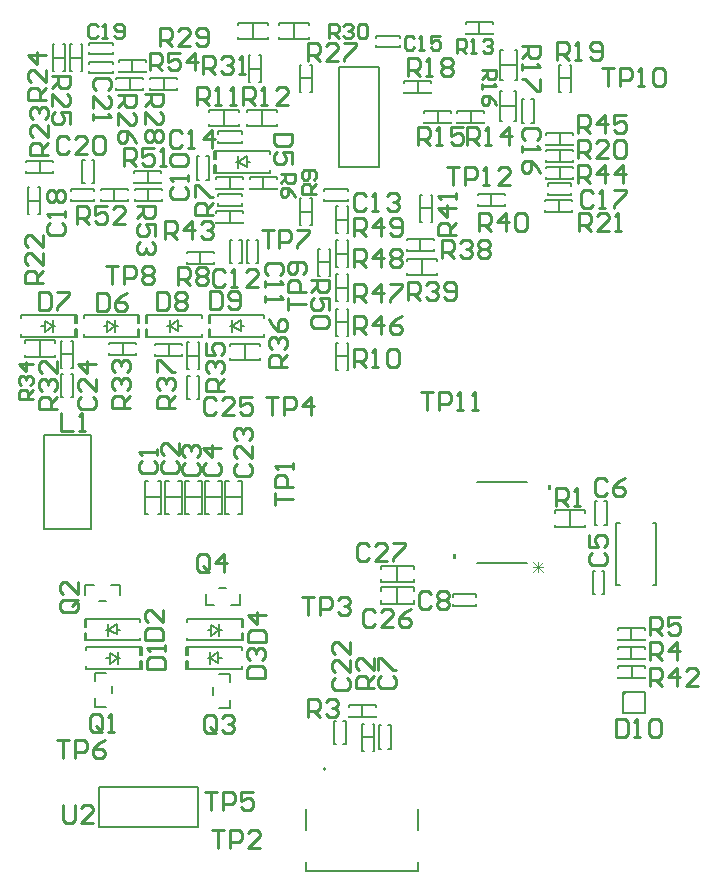
<source format=gto>
G04*
G04 #@! TF.GenerationSoftware,Altium Limited,Altium Designer,21.8.1 (53)*
G04*
G04 Layer_Color=65535*
%FSAX44Y44*%
%MOMM*%
G71*
G04*
G04 #@! TF.SameCoordinates,32BA2F72-2B31-4227-8ABE-CAB74C13F427*
G04*
G04*
G04 #@! TF.FilePolarity,Positive*
G04*
G01*
G75*
%ADD10C,0.2000*%
%ADD11C,0.1500*%
%ADD12C,0.1524*%
%ADD13C,0.2540*%
%ADD14C,0.0762*%
G36*
X00381940Y00263845D02*
X00379400D01*
Y00267655D01*
X00381940D01*
Y00263845D01*
D02*
G37*
G36*
X00460060Y00322345D02*
X00462600D01*
Y00326155D01*
X00460060D01*
Y00322345D01*
D02*
G37*
D10*
X00272000Y00086000D02*
G03*
X00272000Y00086000I-00001000J00000000D01*
G01*
X00350350Y-00000000D02*
Y00007500D01*
X00255650Y-00000000D02*
X00350350D01*
X00255650D02*
Y00007500D01*
X00350350Y00034500D02*
Y00052500D01*
X00255650Y00034500D02*
Y00052500D01*
X00524019Y00149018D02*
Y00151000D01*
X00526000D01*
X00524000Y00149000D02*
X00526000Y00151000D01*
X00524000Y00150982D02*
X00524019Y00151000D01*
X00542000Y00133000D02*
Y00151000D01*
X00524000Y00133000D02*
X00542000D01*
X00524000D02*
Y00149000D01*
X00526000Y00151000D02*
X00542000D01*
X00549000Y00294500D02*
X00552000D01*
X00549000Y00241500D02*
X00552000D01*
X00518000Y00294500D02*
X00521000D01*
X00518000Y00241500D02*
X00521000D01*
X00552000D02*
Y00294500D01*
X00518000Y00241500D02*
Y00294500D01*
X00198000Y00595000D02*
Y00605000D01*
Y00600000D02*
X00205000Y00596000D01*
X00198000Y00600000D02*
X00205000Y00605000D01*
Y00596000D02*
Y00605000D01*
X00196000Y00600000D02*
X00198000D01*
X00205000D02*
X00208000D01*
X00283000Y00680100D02*
X00317000D01*
X00283000Y00596100D02*
X00317000D01*
X00283000D02*
Y00680100D01*
X00317000Y00596100D02*
Y00680100D01*
X00199500Y00225000D02*
Y00234000D01*
X00192250Y00225000D02*
X00199500D01*
X00170500D02*
Y00234000D01*
Y00225000D02*
X00177750D01*
X00182000Y00239000D02*
X00188000D01*
X00182000Y00166500D02*
X00191000D01*
Y00159250D02*
Y00166500D01*
X00182000Y00137500D02*
X00191000D01*
Y00144750D01*
X00177000Y00149000D02*
Y00155000D01*
X00068500Y00233000D02*
Y00242000D01*
X00075750D01*
X00097500Y00233000D02*
Y00242000D01*
X00090250D02*
X00097500D01*
X00080000Y00228000D02*
X00086000D01*
X00077000Y00138500D02*
X00086000D01*
X00077000D02*
Y00145750D01*
Y00167500D02*
X00086000D01*
X00077000Y00160250D02*
Y00167500D01*
X00091000Y00150000D02*
Y00156000D01*
X00033500Y00289000D02*
X00073500D01*
X00033500D02*
Y00369000D01*
X00073500D01*
Y00329000D02*
Y00369000D01*
Y00289000D02*
Y00329000D01*
X00193000Y00456000D02*
Y00466000D01*
Y00461000D02*
X00200000Y00457000D01*
X00193000Y00461000D02*
X00200000Y00466000D01*
Y00457000D02*
Y00466000D01*
X00191000Y00461000D02*
X00193000D01*
X00200000D02*
X00203000D01*
X00140000Y00456000D02*
Y00466000D01*
Y00461000D02*
X00147000Y00457000D01*
X00140000Y00461000D02*
X00147000Y00466000D01*
Y00457000D02*
Y00466000D01*
X00138000Y00461000D02*
X00140000D01*
X00147000D02*
X00150000D01*
X00041000Y00456000D02*
Y00466000D01*
X00034000Y00465000D02*
X00041000Y00461000D01*
X00034000Y00456000D02*
X00041000Y00461000D01*
X00034000Y00456000D02*
Y00465000D01*
X00041000Y00461000D02*
X00043000D01*
X00031000D02*
X00034000D01*
X00094000Y00456000D02*
Y00466000D01*
X00087000Y00465000D02*
X00094000Y00461000D01*
X00087000Y00456000D02*
X00094000Y00461000D01*
X00087000Y00456000D02*
Y00465000D01*
X00094000Y00461000D02*
X00096000D01*
X00084000D02*
X00087000D01*
X00182000Y00199000D02*
Y00209000D01*
X00175000Y00208000D02*
X00182000Y00204000D01*
X00175000Y00199000D02*
X00182000Y00204000D01*
X00175000Y00199000D02*
Y00208000D01*
X00182000Y00204000D02*
X00184000D01*
X00172000D02*
X00175000D01*
X00174000Y00175000D02*
Y00185000D01*
Y00180000D02*
X00181000Y00176000D01*
X00174000Y00180000D02*
X00181000Y00185000D01*
Y00176000D02*
Y00185000D01*
X00172000Y00180000D02*
X00174000D01*
X00181000D02*
X00184000D01*
X00088000Y00199000D02*
Y00209000D01*
Y00204000D02*
X00095000Y00200000D01*
X00088000Y00204000D02*
X00095000Y00209000D01*
Y00200000D02*
Y00209000D01*
X00086000Y00204000D02*
X00088000D01*
X00095000D02*
X00098000D01*
X00096000Y00175000D02*
Y00185000D01*
X00089000Y00184000D02*
X00096000Y00180000D01*
X00089000Y00175000D02*
X00096000Y00180000D01*
X00089000Y00175000D02*
Y00184000D01*
X00096000Y00180000D02*
X00098000D01*
X00086000D02*
X00089000D01*
X00164100Y00037000D02*
Y00071000D01*
X00080100Y00037000D02*
Y00071000D01*
X00164100D01*
X00080100Y00037000D02*
X00164100D01*
D11*
X00206920Y00679000D02*
X00217080D01*
X00215810Y00690430D02*
X00217080D01*
Y00667570D02*
Y00690430D01*
X00215810Y00667570D02*
X00217080D01*
X00206920D02*
X00208190D01*
X00206920D02*
Y00690430D01*
X00208190D01*
X00531000Y00162920D02*
Y00173080D01*
X00519570Y00171810D02*
Y00173080D01*
X00542430D01*
Y00171810D02*
Y00173080D01*
Y00162920D02*
Y00164190D01*
X00519570Y00162920D02*
X00542430D01*
X00519570D02*
Y00164190D01*
X00530750Y00194920D02*
Y00205080D01*
X00542180Y00194920D02*
Y00196190D01*
X00519320Y00194920D02*
X00542180D01*
X00519320D02*
Y00196190D01*
Y00203810D02*
Y00205080D01*
X00542180D01*
Y00203810D02*
Y00205080D01*
X00530750Y00178920D02*
Y00189080D01*
X00542180Y00178920D02*
Y00180190D01*
X00519320Y00178920D02*
X00542180D01*
X00519320D02*
Y00180190D01*
Y00187810D02*
Y00189080D01*
X00542180D01*
Y00187810D02*
Y00189080D01*
X00303000Y00129920D02*
Y00140080D01*
X00291570Y00138810D02*
Y00140080D01*
X00314430D01*
Y00138810D02*
Y00140080D01*
Y00129920D02*
Y00131190D01*
X00291570Y00129920D02*
X00314430D01*
X00291570D02*
Y00131190D01*
X00302920Y00113000D02*
X00313080D01*
X00302920Y00101570D02*
X00304190D01*
X00302920D02*
Y00124430D01*
X00304190D01*
X00311810D02*
X00313080D01*
Y00101570D02*
Y00124430D01*
X00311810Y00101570D02*
X00313080D01*
X00479000Y00291000D02*
Y00305000D01*
X00491700Y00291000D02*
Y00292920D01*
X00466300Y00291000D02*
X00491700D01*
X00466300D02*
Y00292920D01*
Y00303080D02*
Y00305000D01*
X00491700D01*
Y00303080D02*
Y00305000D01*
X00318750Y00244000D02*
Y00247000D01*
Y00244000D02*
X00346750D01*
Y00247000D01*
Y00255000D02*
Y00258000D01*
X00318750D02*
X00346750D01*
X00318750Y00255000D02*
Y00258000D01*
X00332750Y00244000D02*
Y00258000D01*
X00346750Y00237000D02*
Y00240000D01*
X00318750D02*
X00346750D01*
X00318750Y00237000D02*
Y00240000D01*
Y00226000D02*
Y00229000D01*
Y00226000D02*
X00346750D01*
Y00229000D01*
X00332750Y00226000D02*
Y00240000D01*
X00279000Y00107000D02*
X00281000D01*
X00279000D02*
Y00127000D01*
X00281000D01*
X00287000D02*
X00289000D01*
Y00107000D02*
Y00127000D01*
X00287000Y00107000D02*
X00289000D01*
X00379600Y00232000D02*
Y00234000D01*
X00399600D01*
Y00232000D02*
Y00234000D01*
Y00224000D02*
Y00226000D01*
X00379600Y00224000D02*
X00399600D01*
X00379600D02*
Y00226000D01*
X00317000Y00103000D02*
X00319000D01*
X00317000D02*
Y00123000D01*
X00319000D01*
X00325000D02*
X00327000D01*
Y00103000D02*
Y00123000D01*
X00325000Y00103000D02*
X00327000D01*
X00508000Y00292600D02*
X00510000D01*
Y00312600D01*
X00508000D02*
X00510000D01*
X00500000D02*
X00502000D01*
X00500000Y00292600D02*
Y00312600D01*
Y00292600D02*
X00502000D01*
X00498000Y00254000D02*
X00500000D01*
X00498000Y00234000D02*
Y00254000D01*
Y00234000D02*
X00500000D01*
X00506000D02*
X00508000D01*
Y00254000D01*
X00506000D02*
X00508000D01*
X00360810Y00549320D02*
X00362080D01*
Y00572180D01*
X00360810D02*
X00362080D01*
X00351920D02*
X00353190D01*
X00351920Y00549320D02*
Y00572180D01*
Y00549320D02*
X00353190D01*
X00351920Y00560750D02*
X00362080D01*
X00096820Y00675920D02*
Y00677190D01*
Y00675920D02*
X00119680D01*
Y00677190D01*
Y00684810D02*
Y00686080D01*
X00096820D02*
X00119680D01*
X00096820Y00684810D02*
Y00686080D01*
X00108250Y00675920D02*
Y00686080D01*
X00110570Y00566920D02*
Y00568190D01*
Y00566920D02*
X00133430D01*
Y00568190D01*
Y00575810D02*
Y00577080D01*
X00110570D02*
X00133430D01*
X00110570Y00575810D02*
Y00577080D01*
X00122000Y00566920D02*
Y00577080D01*
X00081570Y00566920D02*
Y00568190D01*
Y00566920D02*
X00104430D01*
Y00568190D01*
Y00575810D02*
Y00577080D01*
X00081570D02*
X00104430D01*
X00081570Y00575810D02*
Y00577080D01*
X00093000Y00566920D02*
Y00577080D01*
X00109820Y00581920D02*
Y00583190D01*
Y00581920D02*
X00132680D01*
Y00583190D01*
Y00590810D02*
Y00592080D01*
X00109820D02*
X00132680D01*
X00109820Y00590810D02*
Y00592080D01*
X00121250Y00581920D02*
Y00592080D01*
X00274810Y00503570D02*
X00276080D01*
Y00526430D01*
X00274810D02*
X00276080D01*
X00265920D02*
X00267190D01*
X00265920Y00503570D02*
Y00526430D01*
Y00503570D02*
X00267190D01*
X00265920Y00515000D02*
X00276080D01*
X00289810Y00539570D02*
X00291080D01*
Y00562430D01*
X00289810D02*
X00291080D01*
X00280920D02*
X00282190D01*
X00280920Y00539570D02*
Y00562430D01*
Y00539570D02*
X00282190D01*
X00280920Y00551000D02*
X00291080D01*
X00289810Y00510820D02*
X00291080D01*
Y00533680D01*
X00289810D02*
X00291080D01*
X00280920D02*
X00282190D01*
X00280920Y00510820D02*
Y00533680D01*
Y00510820D02*
X00282190D01*
X00280920Y00522250D02*
X00291080D01*
X00289810Y00481820D02*
X00291080D01*
Y00504680D01*
X00289810D02*
X00291080D01*
X00280920D02*
X00282190D01*
X00280920Y00481820D02*
Y00504680D01*
Y00481820D02*
X00282190D01*
X00280920Y00493250D02*
X00291080D01*
X00289810Y00452820D02*
X00291080D01*
Y00475680D01*
X00289810D02*
X00291080D01*
X00280920D02*
X00282190D01*
X00280920Y00452820D02*
Y00475680D01*
Y00452820D02*
X00282190D01*
X00280920Y00464250D02*
X00291080D01*
X00458570Y00613920D02*
Y00615190D01*
Y00613920D02*
X00481430D01*
Y00615190D01*
Y00622810D02*
Y00624080D01*
X00458570D02*
X00481430D01*
X00458570Y00622810D02*
Y00624080D01*
X00470000Y00613920D02*
Y00624080D01*
X00458570Y00585920D02*
Y00587190D01*
Y00585920D02*
X00481430D01*
Y00587190D01*
Y00594810D02*
Y00596080D01*
X00458570D02*
X00481430D01*
X00458570Y00594810D02*
Y00596080D01*
X00470000Y00585920D02*
Y00596080D01*
X00179570Y00547920D02*
Y00549190D01*
Y00547920D02*
X00202430D01*
Y00549190D01*
Y00556810D02*
Y00558080D01*
X00179570D02*
X00202430D01*
X00179570Y00556810D02*
Y00558080D01*
X00191000Y00547920D02*
Y00558080D01*
X00423430Y00571810D02*
Y00573080D01*
X00400570D02*
X00423430D01*
X00400570Y00571810D02*
Y00573080D01*
Y00562920D02*
Y00564190D01*
Y00562920D02*
X00423430D01*
Y00564190D01*
X00412000Y00562920D02*
Y00573080D01*
X00353500Y00504000D02*
Y00518000D01*
X00340800Y00516080D02*
Y00518000D01*
X00366200D01*
Y00516080D02*
Y00518000D01*
Y00504000D02*
Y00505920D01*
X00340800Y00504000D02*
X00366200D01*
X00340800D02*
Y00505920D01*
X00363680Y00533810D02*
Y00535080D01*
X00340820D02*
X00363680D01*
X00340820Y00533810D02*
Y00535080D01*
Y00524920D02*
Y00526190D01*
Y00524920D02*
X00363680D01*
Y00526190D01*
X00352250Y00524920D02*
Y00535080D01*
X00245000Y00704000D02*
Y00718000D01*
X00232300Y00716080D02*
Y00718000D01*
X00257700D01*
Y00716080D02*
Y00718000D01*
Y00704000D02*
Y00705920D01*
X00232300Y00704000D02*
X00257700D01*
X00232300D02*
Y00705920D01*
X00210500Y00704000D02*
Y00718000D01*
X00223200Y00704000D02*
Y00705920D01*
X00197800Y00704000D02*
X00223200D01*
X00197800D02*
Y00705920D01*
Y00716080D02*
Y00718000D01*
X00223200D01*
Y00716080D02*
Y00718000D01*
X00123570Y00660920D02*
Y00662190D01*
Y00660920D02*
X00146430D01*
Y00662190D01*
Y00669810D02*
Y00671080D01*
X00123570D02*
X00146430D01*
X00123570Y00669810D02*
Y00671080D01*
X00135000Y00660920D02*
Y00671080D01*
X00258810Y00659570D02*
X00260080D01*
Y00682430D01*
X00258810D02*
X00260080D01*
X00249920D02*
X00251190D01*
X00249920Y00659570D02*
Y00682430D01*
Y00659570D02*
X00251190D01*
X00249920Y00671000D02*
X00260080D01*
X00094570Y00660920D02*
Y00662190D01*
Y00660920D02*
X00117430D01*
Y00662190D01*
Y00669810D02*
Y00671080D01*
X00094570D02*
X00117430D01*
X00094570Y00669810D02*
Y00671080D01*
X00106000Y00660920D02*
Y00671080D01*
X00064810Y00676570D02*
X00066080D01*
Y00699430D01*
X00064810D02*
X00066080D01*
X00055920D02*
X00057190D01*
X00055920Y00676570D02*
Y00699430D01*
Y00676570D02*
X00057190D01*
X00055920Y00688000D02*
X00066080D01*
X00049810Y00676570D02*
X00051080D01*
Y00699430D01*
X00049810D02*
X00051080D01*
X00040920D02*
X00042190D01*
X00040920Y00676570D02*
Y00699430D01*
Y00676570D02*
X00042190D01*
X00040920Y00688000D02*
X00051080D01*
X00018570Y00590920D02*
Y00592190D01*
Y00590920D02*
X00041430D01*
Y00592190D01*
Y00599810D02*
Y00601080D01*
X00018570D02*
X00041430D01*
X00018570Y00599810D02*
Y00601080D01*
X00030000Y00590920D02*
Y00601080D01*
X00019920Y00578430D02*
X00021190D01*
X00019920Y00555570D02*
Y00578430D01*
Y00555570D02*
X00021190D01*
X00028810D02*
X00030080D01*
Y00578430D01*
X00028810D02*
X00030080D01*
X00019920Y00567000D02*
X00030080D01*
X00480680Y00566810D02*
Y00568080D01*
X00457820D02*
X00480680D01*
X00457820Y00566810D02*
Y00568080D01*
Y00557920D02*
Y00559190D01*
Y00557920D02*
X00480680D01*
Y00559190D01*
X00469250Y00557920D02*
Y00568080D01*
X00458570Y00599920D02*
Y00601190D01*
Y00599920D02*
X00481430D01*
Y00601190D01*
Y00608810D02*
Y00610080D01*
X00458570D02*
X00481430D01*
X00458570Y00608810D02*
Y00610080D01*
X00470000Y00599920D02*
Y00610080D01*
X00469920Y00682430D02*
X00471190D01*
X00469920Y00659570D02*
Y00682430D01*
Y00659570D02*
X00471190D01*
X00478810D02*
X00480080D01*
Y00682430D01*
X00478810D02*
X00480080D01*
X00469920Y00671000D02*
X00480080D01*
X00361430Y00666810D02*
Y00668080D01*
X00338570D02*
X00361430D01*
X00338570Y00666810D02*
Y00668080D01*
Y00657920D02*
Y00659190D01*
Y00657920D02*
X00361430D01*
Y00659190D01*
X00350000Y00657920D02*
Y00668080D01*
X00420000Y00682000D02*
X00434000D01*
X00432080Y00694700D02*
X00434000D01*
Y00669300D02*
Y00694700D01*
X00432080Y00669300D02*
X00434000D01*
X00420000D02*
X00421920D01*
X00420000D02*
Y00694700D01*
X00421920D01*
X00419500Y00647500D02*
X00433500D01*
X00431580Y00660200D02*
X00433500D01*
Y00634800D02*
Y00660200D01*
X00431580Y00634800D02*
X00433500D01*
X00419500D02*
X00421420D01*
X00419500D02*
Y00660200D01*
X00421420D01*
X00378430Y00641810D02*
Y00643080D01*
X00355570D02*
X00378430D01*
X00355570Y00641810D02*
Y00643080D01*
Y00632920D02*
Y00634190D01*
Y00632920D02*
X00378430D01*
Y00634190D01*
X00367000Y00632920D02*
Y00643080D01*
X00406180Y00641810D02*
Y00643080D01*
X00383320D02*
X00406180D01*
X00383320Y00641810D02*
Y00643080D01*
Y00632920D02*
Y00634190D01*
Y00632920D02*
X00406180D01*
Y00634190D01*
X00394750Y00632920D02*
Y00643080D01*
X00413430Y00716810D02*
Y00718080D01*
X00390570D02*
X00413430D01*
X00390570Y00716810D02*
Y00718080D01*
Y00707920D02*
Y00709190D01*
Y00707920D02*
X00413430D01*
Y00709190D01*
X00402000Y00707920D02*
Y00718080D01*
X00218000Y00630000D02*
Y00644000D01*
X00205300Y00642080D02*
Y00644000D01*
X00230700D01*
Y00642080D02*
Y00644000D01*
Y00630000D02*
Y00631920D01*
X00205300Y00630000D02*
X00230700D01*
X00205300D02*
Y00631920D01*
X00186000Y00630000D02*
Y00644000D01*
X00173300Y00642080D02*
Y00644000D01*
X00198700D01*
Y00642080D02*
Y00644000D01*
Y00630000D02*
Y00631920D01*
X00173300Y00630000D02*
X00198700D01*
X00173300D02*
Y00631920D01*
X00289810Y00423820D02*
X00291080D01*
Y00446680D01*
X00289810D02*
X00291080D01*
X00280920D02*
X00282190D01*
X00280920Y00423820D02*
Y00446680D01*
Y00423820D02*
X00282190D01*
X00280920Y00435250D02*
X00291080D01*
X00258810Y00546570D02*
X00260080D01*
Y00569430D01*
X00258810D02*
X00260080D01*
X00249920D02*
X00251190D01*
X00249920Y00546570D02*
Y00569430D01*
Y00546570D02*
X00251190D01*
X00249920Y00558000D02*
X00260080D01*
X00177430Y00522810D02*
Y00524080D01*
X00154570D02*
X00177430D01*
X00154570Y00522810D02*
Y00524080D01*
Y00513920D02*
Y00515190D01*
Y00513920D02*
X00177430D01*
Y00515190D01*
X00166000Y00513920D02*
Y00524080D01*
X00179570Y00576920D02*
Y00578190D01*
Y00576920D02*
X00202430D01*
Y00578190D01*
Y00585810D02*
Y00587080D01*
X00179570D02*
X00202430D01*
X00179570Y00585810D02*
Y00587080D01*
X00191000Y00576920D02*
Y00587080D01*
X00230680Y00585810D02*
Y00587080D01*
X00207820D02*
X00230680D01*
X00207820Y00585810D02*
Y00587080D01*
Y00576920D02*
Y00578190D01*
Y00576920D02*
X00230680D01*
Y00578190D01*
X00219250Y00576920D02*
Y00587080D01*
X00225000Y00606750D02*
Y00609160D01*
X00179140D02*
X00225000D01*
X00177870D02*
X00179140D01*
X00177870Y00602540D02*
Y00609160D01*
Y00602540D02*
X00179140D01*
Y00609160D01*
Y00590840D02*
Y00597460D01*
X00177870D02*
X00179140D01*
X00177870Y00590840D02*
Y00597460D01*
Y00590840D02*
X00179140D01*
X00225000D01*
Y00593250D01*
X00092000Y00683000D02*
Y00685000D01*
X00072000D02*
X00092000D01*
X00072000Y00683000D02*
Y00685000D01*
Y00675000D02*
Y00677000D01*
Y00675000D02*
X00092000D01*
Y00677000D01*
X00066000Y00602000D02*
X00068000D01*
X00066000Y00582000D02*
Y00602000D01*
Y00582000D02*
X00068000D01*
X00074000D02*
X00076000D01*
Y00602000D01*
X00074000D02*
X00076000D01*
X00072000Y00691000D02*
Y00693000D01*
Y00691000D02*
X00092000D01*
Y00693000D01*
Y00699000D02*
Y00701000D01*
X00072000D02*
X00092000D01*
X00072000Y00699000D02*
Y00701000D01*
X00056000Y00567000D02*
Y00569000D01*
Y00567000D02*
X00076000D01*
Y00569000D01*
Y00575000D02*
Y00577000D01*
X00056000D02*
X00076000D01*
X00056000Y00575000D02*
Y00577000D01*
X00480000Y00580000D02*
Y00582000D01*
X00460000D02*
X00480000D01*
X00460000Y00580000D02*
Y00582000D01*
Y00572000D02*
Y00574000D01*
Y00572000D02*
X00480000D01*
Y00574000D01*
X00438000Y00653000D02*
X00440000D01*
X00438000Y00633000D02*
Y00653000D01*
Y00633000D02*
X00440000D01*
X00446000D02*
X00448000D01*
Y00653000D01*
X00446000D02*
X00448000D01*
X00315000Y00697000D02*
Y00699000D01*
Y00697000D02*
X00335000D01*
Y00699000D01*
Y00705000D02*
Y00707000D01*
X00315000D02*
X00335000D01*
X00315000Y00705000D02*
Y00707000D01*
X00181000Y00616000D02*
Y00618000D01*
Y00616000D02*
X00201000D01*
Y00618000D01*
Y00624000D02*
Y00626000D01*
X00181000D02*
X00201000D01*
X00181000Y00624000D02*
Y00626000D01*
X00271000Y00567000D02*
Y00569000D01*
Y00567000D02*
X00291000D01*
Y00569000D01*
Y00575000D02*
Y00577000D01*
X00271000D02*
X00291000D01*
X00271000Y00575000D02*
Y00577000D01*
X00199000Y00514000D02*
X00201000D01*
Y00534000D01*
X00199000D02*
X00201000D01*
X00191000D02*
X00193000D01*
X00191000Y00514000D02*
Y00534000D01*
Y00514000D02*
X00193000D01*
X00205000Y00534000D02*
X00207000D01*
X00205000Y00514000D02*
Y00534000D01*
Y00514000D02*
X00207000D01*
X00213000D02*
X00215000D01*
Y00534000D01*
X00213000D02*
X00215000D01*
X00163000Y00605000D02*
X00165000D01*
X00163000Y00585000D02*
Y00605000D01*
Y00585000D02*
X00165000D01*
X00171000D02*
X00173000D01*
Y00605000D01*
X00171000D02*
X00173000D01*
X00181000Y00563000D02*
Y00565000D01*
Y00563000D02*
X00201000D01*
Y00565000D01*
Y00571000D02*
Y00573000D01*
X00181000D02*
X00201000D01*
X00181000Y00571000D02*
Y00573000D01*
X00150430Y00444810D02*
Y00446080D01*
X00127570D02*
X00150430D01*
X00127570Y00444810D02*
Y00446080D01*
Y00435920D02*
Y00437190D01*
Y00435920D02*
X00150430D01*
Y00437190D01*
X00139000Y00435920D02*
Y00446080D01*
X00204000Y00432000D02*
Y00446000D01*
X00216700Y00432000D02*
Y00433920D01*
X00191300Y00432000D02*
X00216700D01*
X00191300D02*
Y00433920D01*
Y00444080D02*
Y00446000D01*
X00216700D01*
Y00444080D02*
Y00446000D01*
X00163810Y00424570D02*
X00165080D01*
Y00447430D01*
X00163810D02*
X00165080D01*
X00154920D02*
X00156190D01*
X00154920Y00424570D02*
Y00447430D01*
Y00424570D02*
X00156190D01*
X00154920Y00436000D02*
X00165080D01*
X00030500Y00435000D02*
Y00449000D01*
X00017800Y00447080D02*
Y00449000D01*
X00043200D01*
Y00447080D02*
Y00449000D01*
Y00435000D02*
Y00436920D01*
X00017800Y00435000D02*
X00043200D01*
X00017800D02*
Y00436920D01*
X00111430Y00445810D02*
Y00447080D01*
X00088570D02*
X00111430D01*
X00088570Y00445810D02*
Y00447080D01*
Y00436920D02*
Y00438190D01*
Y00436920D02*
X00111430D01*
Y00438190D01*
X00100000Y00436920D02*
Y00447080D01*
X00047920Y00448430D02*
X00049190D01*
X00047920Y00425570D02*
Y00448430D01*
Y00425570D02*
X00049190D01*
X00056810D02*
X00058080D01*
Y00448430D01*
X00056810D02*
X00058080D01*
X00047920Y00437000D02*
X00058080D01*
X00220000Y00467750D02*
Y00470160D01*
X00174140D02*
X00220000D01*
X00172870D02*
X00174140D01*
X00172870Y00463540D02*
Y00470160D01*
Y00463540D02*
X00174140D01*
Y00470160D01*
Y00451840D02*
Y00458460D01*
X00172870D02*
X00174140D01*
X00172870Y00451840D02*
Y00458460D01*
Y00451840D02*
X00174140D01*
X00220000D01*
Y00454250D01*
X00167000Y00467750D02*
Y00470160D01*
X00121140D02*
X00167000D01*
X00119870D02*
X00121140D01*
X00119870Y00463540D02*
Y00470160D01*
Y00463540D02*
X00121140D01*
Y00470160D01*
Y00451840D02*
Y00458460D01*
X00119870D02*
X00121140D01*
X00119870Y00451840D02*
Y00458460D01*
Y00451840D02*
X00121140D01*
X00167000D01*
Y00454250D01*
X00014000Y00451840D02*
Y00454250D01*
Y00451840D02*
X00059860D01*
X00061130D01*
Y00458460D01*
X00059860D02*
X00061130D01*
X00059860Y00451840D02*
Y00458460D01*
Y00463540D02*
Y00470160D01*
Y00463540D02*
X00061130D01*
Y00470160D01*
X00059860D02*
X00061130D01*
X00014000D02*
X00059860D01*
X00014000Y00467750D02*
Y00470160D01*
X00067000Y00451840D02*
Y00454250D01*
Y00451840D02*
X00112860D01*
X00114130D01*
Y00458460D01*
X00112860D02*
X00114130D01*
X00112860Y00451840D02*
Y00458460D01*
Y00463540D02*
Y00470160D01*
Y00463540D02*
X00114130D01*
Y00470160D01*
X00112860D02*
X00114130D01*
X00067000D02*
X00112860D01*
X00067000Y00467750D02*
Y00470160D01*
X00155000Y00194840D02*
Y00197250D01*
Y00194840D02*
X00200860D01*
X00202130D01*
Y00201460D01*
X00200860D02*
X00202130D01*
X00200860Y00194840D02*
Y00201460D01*
Y00206540D02*
Y00213160D01*
Y00206540D02*
X00202130D01*
Y00213160D01*
X00200860D02*
X00202130D01*
X00155000D02*
X00200860D01*
X00155000Y00210750D02*
Y00213160D01*
X00201000Y00186750D02*
Y00189160D01*
X00155140D02*
X00201000D01*
X00153870D02*
X00155140D01*
X00153870Y00182540D02*
Y00189160D01*
Y00182540D02*
X00155140D01*
Y00189160D01*
Y00170840D02*
Y00177460D01*
X00153870D02*
X00155140D01*
X00153870Y00170840D02*
Y00177460D01*
Y00170840D02*
X00155140D01*
X00201000D01*
Y00173250D01*
X00115000Y00210750D02*
Y00213160D01*
X00069140D02*
X00115000D01*
X00067870D02*
X00069140D01*
X00067870Y00206540D02*
Y00213160D01*
Y00206540D02*
X00069140D01*
Y00213160D01*
Y00194840D02*
Y00201460D01*
X00067870D02*
X00069140D01*
X00067870Y00194840D02*
Y00201460D01*
Y00194840D02*
X00069140D01*
X00115000D01*
Y00197250D01*
X00069000Y00170840D02*
Y00173250D01*
Y00170840D02*
X00114860D01*
X00116130D01*
Y00177460D01*
X00114860D02*
X00116130D01*
X00114860Y00170840D02*
Y00177460D01*
Y00182540D02*
Y00189160D01*
Y00182540D02*
X00116130D01*
Y00189160D01*
X00114860D02*
X00116130D01*
X00069000D02*
X00114860D01*
X00069000Y00186750D02*
Y00189160D01*
X00163000Y00399000D02*
X00165000D01*
Y00419000D01*
X00163000D02*
X00165000D01*
X00155000D02*
X00157000D01*
X00155000Y00399000D02*
Y00419000D01*
Y00399000D02*
X00157000D01*
X00056000Y00400600D02*
X00058000D01*
Y00420600D01*
X00056000D02*
X00058000D01*
X00048000D02*
X00050000D01*
X00048000Y00400600D02*
Y00420600D01*
Y00400600D02*
X00050000D01*
X00187000Y00330000D02*
X00190000D01*
X00187000Y00302000D02*
Y00330000D01*
Y00302000D02*
X00190000D01*
X00198000D02*
X00201000D01*
Y00330000D01*
X00198000D02*
X00201000D01*
X00187000Y00316000D02*
X00201000D01*
X00181000Y00302000D02*
X00184000D01*
Y00330000D01*
X00181000D02*
X00184000D01*
X00170000D02*
X00173000D01*
X00170000Y00302000D02*
Y00330000D01*
Y00302000D02*
X00173000D01*
X00170000Y00316000D02*
X00184000D01*
X00164000Y00302000D02*
X00167000D01*
Y00330000D01*
X00164000D02*
X00167000D01*
X00153000D02*
X00156000D01*
X00153000Y00302000D02*
Y00330000D01*
Y00302000D02*
X00156000D01*
X00153000Y00316000D02*
X00167000D01*
X00147000Y00302000D02*
X00150000D01*
Y00330000D01*
X00147000D02*
X00150000D01*
X00136000D02*
X00139000D01*
X00136000Y00302000D02*
Y00330000D01*
Y00302000D02*
X00139000D01*
X00136000Y00316000D02*
X00150000D01*
X00130000Y00302000D02*
X00133000D01*
Y00330000D01*
X00130000D02*
X00133000D01*
X00119000D02*
X00122000D01*
X00119000Y00302000D02*
Y00330000D01*
Y00302000D02*
X00122000D01*
X00119000Y00316000D02*
X00133000D01*
D12*
X00399736Y00329290D02*
X00442264D01*
X00399736Y00260710D02*
X00442264D01*
D13*
X00178843Y00398078D02*
X00176304Y00400618D01*
X00171226D01*
X00168687Y00398078D01*
Y00387922D01*
X00171226Y00385382D01*
X00176304D01*
X00178843Y00387922D01*
X00194078Y00385382D02*
X00183922D01*
X00194078Y00395539D01*
Y00398078D01*
X00191539Y00400618D01*
X00186461D01*
X00183922Y00398078D01*
X00209313Y00400618D02*
X00199157D01*
Y00393000D01*
X00204235Y00395539D01*
X00206774D01*
X00209313Y00393000D01*
Y00387922D01*
X00206774Y00385382D01*
X00201696D01*
X00199157Y00387922D01*
X00517956Y00128617D02*
Y00113383D01*
X00525574D01*
X00528113Y00115922D01*
Y00126078D01*
X00525574Y00128617D01*
X00517956D01*
X00533191Y00113383D02*
X00538270D01*
X00535730D01*
Y00128617D01*
X00533191Y00126078D01*
X00545887D02*
X00548426Y00128617D01*
X00553505D01*
X00556044Y00126078D01*
Y00115922D01*
X00553505Y00113383D01*
X00548426D01*
X00545887Y00115922D01*
Y00126078D01*
X00546687Y00156383D02*
Y00171618D01*
X00554304D01*
X00556843Y00169078D01*
Y00164000D01*
X00554304Y00161461D01*
X00546687D01*
X00551765D02*
X00556843Y00156383D01*
X00569539D02*
Y00171618D01*
X00561922Y00164000D01*
X00572078D01*
X00587313Y00156383D02*
X00577157D01*
X00587313Y00166539D01*
Y00169078D01*
X00584774Y00171618D01*
X00579696D01*
X00577157Y00169078D01*
X00374339Y00595617D02*
X00384495D01*
X00379417D01*
Y00580382D01*
X00389574D02*
Y00595617D01*
X00397191D01*
X00399730Y00593078D01*
Y00588000D01*
X00397191Y00585461D01*
X00389574D01*
X00404809Y00580382D02*
X00409887D01*
X00407348D01*
Y00595617D01*
X00404809Y00593078D01*
X00427661Y00580382D02*
X00417505D01*
X00427661Y00590539D01*
Y00593078D01*
X00425122Y00595617D01*
X00420044D01*
X00417505Y00593078D01*
X00352477Y00405216D02*
X00362633D01*
X00357555D01*
Y00389981D01*
X00367712D02*
Y00405216D01*
X00375329D01*
X00377868Y00402677D01*
Y00397599D01*
X00375329Y00395060D01*
X00367712D01*
X00382947Y00389981D02*
X00388025D01*
X00385486D01*
Y00405216D01*
X00382947Y00402677D01*
X00395643Y00389981D02*
X00400721D01*
X00398182D01*
Y00405216D01*
X00395643Y00402677D01*
X00506339Y00679617D02*
X00516495D01*
X00511417D01*
Y00664382D01*
X00521574D02*
Y00679617D01*
X00529191D01*
X00531730Y00677078D01*
Y00672000D01*
X00529191Y00669461D01*
X00521574D01*
X00536809Y00664382D02*
X00541887D01*
X00539348D01*
Y00679617D01*
X00536809Y00677078D01*
X00549505D02*
X00552044Y00679617D01*
X00557122D01*
X00559661Y00677078D01*
Y00666922D01*
X00557122Y00664382D01*
X00552044D01*
X00549505Y00666922D01*
Y00677078D01*
X00240382Y00474687D02*
Y00484843D01*
Y00479765D01*
X00255618D01*
Y00489922D02*
X00240382D01*
Y00497539D01*
X00242922Y00500078D01*
X00248000D01*
X00250539Y00497539D01*
Y00489922D01*
X00253078Y00505157D02*
X00255618Y00507696D01*
Y00512774D01*
X00253078Y00515313D01*
X00242922D01*
X00240382Y00512774D01*
Y00507696D01*
X00242922Y00505157D01*
X00245461D01*
X00248000Y00507696D01*
Y00515313D01*
X00085687Y00511618D02*
X00095843D01*
X00090765D01*
Y00496382D01*
X00100922D02*
Y00511618D01*
X00108539D01*
X00111078Y00509078D01*
Y00504000D01*
X00108539Y00501461D01*
X00100922D01*
X00116157Y00509078D02*
X00118696Y00511618D01*
X00123774D01*
X00126313Y00509078D01*
Y00506539D01*
X00123774Y00504000D01*
X00126313Y00501461D01*
Y00498922D01*
X00123774Y00496382D01*
X00118696D01*
X00116157Y00498922D01*
Y00501461D01*
X00118696Y00504000D01*
X00116157Y00506539D01*
Y00509078D01*
X00118696Y00504000D02*
X00123774D01*
X00217687Y00542617D02*
X00227843D01*
X00222765D01*
Y00527383D01*
X00232922D02*
Y00542617D01*
X00240539D01*
X00243078Y00540078D01*
Y00535000D01*
X00240539Y00532461D01*
X00232922D01*
X00248157Y00542617D02*
X00258314D01*
Y00540078D01*
X00248157Y00529922D01*
Y00527383D01*
X00044687Y00110618D02*
X00054843D01*
X00049765D01*
Y00095382D01*
X00059922D02*
Y00110618D01*
X00067539D01*
X00070078Y00108078D01*
Y00103000D01*
X00067539Y00100461D01*
X00059922D01*
X00085313Y00110618D02*
X00080235Y00108078D01*
X00075157Y00103000D01*
Y00097922D01*
X00077696Y00095382D01*
X00082774D01*
X00085313Y00097922D01*
Y00100461D01*
X00082774Y00103000D01*
X00075157D01*
X00169687Y00066617D02*
X00179843D01*
X00174765D01*
Y00051382D01*
X00184922D02*
Y00066617D01*
X00192539D01*
X00195078Y00064078D01*
Y00059000D01*
X00192539Y00056461D01*
X00184922D01*
X00210313Y00066617D02*
X00200157D01*
Y00059000D01*
X00205235Y00061539D01*
X00207774D01*
X00210313Y00059000D01*
Y00053922D01*
X00207774Y00051382D01*
X00202696D01*
X00200157Y00053922D01*
X00221687Y00400617D02*
X00231843D01*
X00226765D01*
Y00385382D01*
X00236922D02*
Y00400617D01*
X00244539D01*
X00247078Y00398078D01*
Y00393000D01*
X00244539Y00390461D01*
X00236922D01*
X00259774Y00385382D02*
Y00400617D01*
X00252157Y00393000D01*
X00262313D01*
X00252183Y00231618D02*
X00262339D01*
X00257261D01*
Y00216382D01*
X00267418D02*
Y00231618D01*
X00275035D01*
X00277574Y00229078D01*
Y00224000D01*
X00275035Y00221461D01*
X00267418D01*
X00282653Y00229078D02*
X00285192Y00231618D01*
X00290270D01*
X00292809Y00229078D01*
Y00226539D01*
X00290270Y00224000D01*
X00287731D01*
X00290270D01*
X00292809Y00221461D01*
Y00218922D01*
X00290270Y00216382D01*
X00285192D01*
X00282653Y00218922D01*
X00175687Y00034618D02*
X00185843D01*
X00180765D01*
Y00019382D01*
X00190922D02*
Y00034618D01*
X00198539D01*
X00201078Y00032078D01*
Y00027000D01*
X00198539Y00024461D01*
X00190922D01*
X00216313Y00019382D02*
X00206157D01*
X00216313Y00029539D01*
Y00032078D01*
X00213774Y00034618D01*
X00208696D01*
X00206157Y00032078D01*
X00229382Y00309226D02*
Y00319382D01*
Y00314304D01*
X00244618D01*
Y00324461D02*
X00229382D01*
Y00332078D01*
X00231922Y00334618D01*
X00237000D01*
X00239539Y00332078D01*
Y00324461D01*
X00244618Y00339696D02*
Y00344774D01*
Y00342235D01*
X00229382D01*
X00231922Y00339696D01*
X00123687Y00677383D02*
Y00692617D01*
X00131304D01*
X00133843Y00690078D01*
Y00685000D01*
X00131304Y00682461D01*
X00123687D01*
X00128765D02*
X00133843Y00677383D01*
X00149078Y00692617D02*
X00138922D01*
Y00685000D01*
X00144000Y00687539D01*
X00146539D01*
X00149078Y00685000D01*
Y00679922D01*
X00146539Y00677383D01*
X00141461D01*
X00138922Y00679922D01*
X00161774Y00677383D02*
Y00692617D01*
X00154157Y00685000D01*
X00164313D01*
X00112382Y00562313D02*
X00127618D01*
Y00554696D01*
X00125078Y00552157D01*
X00120000D01*
X00117461Y00554696D01*
Y00562313D01*
Y00557235D02*
X00112382Y00552157D01*
X00127618Y00536922D02*
Y00547078D01*
X00120000D01*
X00122539Y00542000D01*
Y00539461D01*
X00120000Y00536922D01*
X00114922D01*
X00112382Y00539461D01*
Y00544539D01*
X00114922Y00547078D01*
X00125078Y00531843D02*
X00127618Y00529304D01*
Y00524226D01*
X00125078Y00521687D01*
X00122539D01*
X00120000Y00524226D01*
Y00526765D01*
Y00524226D01*
X00117461Y00521687D01*
X00114922D01*
X00112382Y00524226D01*
Y00529304D01*
X00114922Y00531843D01*
X00061687Y00547382D02*
Y00562617D01*
X00069304D01*
X00071843Y00560078D01*
Y00555000D01*
X00069304Y00552461D01*
X00061687D01*
X00066765D02*
X00071843Y00547382D01*
X00087078Y00562617D02*
X00076922D01*
Y00555000D01*
X00082000Y00557539D01*
X00084539D01*
X00087078Y00555000D01*
Y00549922D01*
X00084539Y00547382D01*
X00079461D01*
X00076922Y00549922D01*
X00102313Y00547382D02*
X00092157D01*
X00102313Y00557539D01*
Y00560078D01*
X00099774Y00562617D01*
X00094696D01*
X00092157Y00560078D01*
X00101476Y00596382D02*
Y00611618D01*
X00109093D01*
X00111632Y00609078D01*
Y00604000D01*
X00109093Y00601461D01*
X00101476D01*
X00106554D02*
X00111632Y00596382D01*
X00126868Y00611618D02*
X00116711D01*
Y00604000D01*
X00121789Y00606539D01*
X00124328D01*
X00126868Y00604000D01*
Y00598922D01*
X00124328Y00596382D01*
X00119250D01*
X00116711Y00598922D01*
X00131946Y00596382D02*
X00137024D01*
X00134485D01*
Y00611618D01*
X00131946Y00609078D01*
X00259382Y00500313D02*
X00274618D01*
Y00492696D01*
X00272078Y00490157D01*
X00267000D01*
X00264461Y00492696D01*
Y00500313D01*
Y00495235D02*
X00259382Y00490157D01*
X00274618Y00474922D02*
Y00485078D01*
X00267000D01*
X00269539Y00480000D01*
Y00477461D01*
X00267000Y00474922D01*
X00261922D01*
X00259382Y00477461D01*
Y00482539D01*
X00261922Y00485078D01*
X00272078Y00469843D02*
X00274618Y00467304D01*
Y00462226D01*
X00272078Y00459687D01*
X00261922D01*
X00259382Y00462226D01*
Y00467304D01*
X00261922Y00469843D01*
X00272078D01*
X00295687Y00537382D02*
Y00552617D01*
X00303304D01*
X00305843Y00550078D01*
Y00545000D01*
X00303304Y00542461D01*
X00295687D01*
X00300765D02*
X00305843Y00537382D01*
X00318539D02*
Y00552617D01*
X00310922Y00545000D01*
X00321078D01*
X00326157Y00539922D02*
X00328696Y00537382D01*
X00333774D01*
X00336314Y00539922D01*
Y00550078D01*
X00333774Y00552617D01*
X00328696D01*
X00326157Y00550078D01*
Y00547539D01*
X00328696Y00545000D01*
X00336314D01*
X00295687Y00510632D02*
Y00525868D01*
X00303304D01*
X00305843Y00523328D01*
Y00518250D01*
X00303304Y00515711D01*
X00295687D01*
X00300765D02*
X00305843Y00510632D01*
X00318539D02*
Y00525868D01*
X00310922Y00518250D01*
X00321078D01*
X00326157Y00523328D02*
X00328696Y00525868D01*
X00333774D01*
X00336314Y00523328D01*
Y00520789D01*
X00333774Y00518250D01*
X00336314Y00515711D01*
Y00513172D01*
X00333774Y00510632D01*
X00328696D01*
X00326157Y00513172D01*
Y00515711D01*
X00328696Y00518250D01*
X00326157Y00520789D01*
Y00523328D01*
X00328696Y00518250D02*
X00333774D01*
X00295687Y00481632D02*
Y00496867D01*
X00303304D01*
X00305843Y00494328D01*
Y00489250D01*
X00303304Y00486711D01*
X00295687D01*
X00300765D02*
X00305843Y00481632D01*
X00318539D02*
Y00496867D01*
X00310922Y00489250D01*
X00321078D01*
X00326157Y00496867D02*
X00336314D01*
Y00494328D01*
X00326157Y00484172D01*
Y00481632D01*
X00295687Y00454632D02*
Y00469868D01*
X00303304D01*
X00305843Y00467328D01*
Y00462250D01*
X00303304Y00459711D01*
X00295687D01*
X00300765D02*
X00305843Y00454632D01*
X00318539D02*
Y00469868D01*
X00310922Y00462250D01*
X00321078D01*
X00336314Y00469868D02*
X00331235Y00467328D01*
X00326157Y00462250D01*
Y00457172D01*
X00328696Y00454632D01*
X00333774D01*
X00336314Y00457172D01*
Y00459711D01*
X00333774Y00462250D01*
X00326157D01*
X00485687Y00624383D02*
Y00639618D01*
X00493304D01*
X00495843Y00637078D01*
Y00632000D01*
X00493304Y00629461D01*
X00485687D01*
X00490765D02*
X00495843Y00624383D01*
X00508539D02*
Y00639618D01*
X00500922Y00632000D01*
X00511078D01*
X00526314Y00639618D02*
X00516157D01*
Y00632000D01*
X00521235Y00634539D01*
X00523774D01*
X00526314Y00632000D01*
Y00626922D01*
X00523774Y00624383D01*
X00518696D01*
X00516157Y00626922D01*
X00485687Y00582383D02*
Y00597617D01*
X00493304D01*
X00495843Y00595078D01*
Y00590000D01*
X00493304Y00587461D01*
X00485687D01*
X00490765D02*
X00495843Y00582383D01*
X00508539D02*
Y00597617D01*
X00500922Y00590000D01*
X00511078D01*
X00523774Y00582383D02*
Y00597617D01*
X00516157Y00590000D01*
X00526314D01*
X00135687Y00534382D02*
Y00549618D01*
X00143304D01*
X00145843Y00547078D01*
Y00542000D01*
X00143304Y00539461D01*
X00135687D01*
X00140765D02*
X00145843Y00534382D01*
X00158539D02*
Y00549618D01*
X00150922Y00542000D01*
X00161078D01*
X00166157Y00547078D02*
X00168696Y00549618D01*
X00173774D01*
X00176313Y00547078D01*
Y00544539D01*
X00173774Y00542000D01*
X00171235D01*
X00173774D01*
X00176313Y00539461D01*
Y00536922D01*
X00173774Y00534382D01*
X00168696D01*
X00166157Y00536922D01*
X00382617Y00538226D02*
X00367383D01*
Y00545843D01*
X00369922Y00548382D01*
X00375000D01*
X00377539Y00545843D01*
Y00538226D01*
Y00543304D02*
X00382617Y00548382D01*
Y00561078D02*
X00367383D01*
X00375000Y00553461D01*
Y00563618D01*
X00382617Y00568696D02*
Y00573774D01*
Y00571235D01*
X00367383D01*
X00369922Y00568696D01*
X00401937Y00541382D02*
Y00556618D01*
X00409554D01*
X00412093Y00554078D01*
Y00549000D01*
X00409554Y00546461D01*
X00401937D01*
X00407015D02*
X00412093Y00541382D01*
X00424789D02*
Y00556618D01*
X00417172Y00549000D01*
X00427328D01*
X00432407Y00554078D02*
X00434946Y00556618D01*
X00440024D01*
X00442563Y00554078D01*
Y00543922D01*
X00440024Y00541382D01*
X00434946D01*
X00432407Y00543922D01*
Y00554078D01*
X00341687Y00483382D02*
Y00498618D01*
X00349304D01*
X00351843Y00496078D01*
Y00491000D01*
X00349304Y00488461D01*
X00341687D01*
X00346765D02*
X00351843Y00483382D01*
X00356922Y00496078D02*
X00359461Y00498618D01*
X00364539D01*
X00367078Y00496078D01*
Y00493539D01*
X00364539Y00491000D01*
X00362000D01*
X00364539D01*
X00367078Y00488461D01*
Y00485922D01*
X00364539Y00483382D01*
X00359461D01*
X00356922Y00485922D01*
X00372157D02*
X00374696Y00483382D01*
X00379774D01*
X00382313Y00485922D01*
Y00496078D01*
X00379774Y00498618D01*
X00374696D01*
X00372157Y00496078D01*
Y00493539D01*
X00374696Y00491000D01*
X00382313D01*
X00370687Y00518382D02*
Y00533618D01*
X00378304D01*
X00380843Y00531078D01*
Y00526000D01*
X00378304Y00523461D01*
X00370687D01*
X00375765D02*
X00380843Y00518382D01*
X00385922Y00531078D02*
X00388461Y00533618D01*
X00393539D01*
X00396078Y00531078D01*
Y00528539D01*
X00393539Y00526000D01*
X00391000D01*
X00393539D01*
X00396078Y00523461D01*
Y00520922D01*
X00393539Y00518382D01*
X00388461D01*
X00385922Y00520922D01*
X00401157Y00531078D02*
X00403696Y00533618D01*
X00408774D01*
X00411314Y00531078D01*
Y00528539D01*
X00408774Y00526000D01*
X00411314Y00523461D01*
Y00520922D01*
X00408774Y00518382D01*
X00403696D01*
X00401157Y00520922D01*
Y00523461D01*
X00403696Y00526000D01*
X00401157Y00528539D01*
Y00531078D01*
X00403696Y00526000D02*
X00408774D01*
X00144618Y00391687D02*
X00129382D01*
Y00399304D01*
X00131922Y00401843D01*
X00137000D01*
X00139539Y00399304D01*
Y00391687D01*
Y00396765D02*
X00144618Y00401843D01*
X00131922Y00406922D02*
X00129382Y00409461D01*
Y00414539D01*
X00131922Y00417078D01*
X00134461D01*
X00137000Y00414539D01*
Y00412000D01*
Y00414539D01*
X00139539Y00417078D01*
X00142078D01*
X00144618Y00414539D01*
Y00409461D01*
X00142078Y00406922D01*
X00129382Y00422157D02*
Y00432313D01*
X00131922D01*
X00142078Y00422157D01*
X00144618D01*
X00239618Y00426687D02*
X00224382D01*
Y00434304D01*
X00226922Y00436843D01*
X00232000D01*
X00234539Y00434304D01*
Y00426687D01*
Y00431765D02*
X00239618Y00436843D01*
X00226922Y00441922D02*
X00224382Y00444461D01*
Y00449539D01*
X00226922Y00452078D01*
X00229461D01*
X00232000Y00449539D01*
Y00447000D01*
Y00449539D01*
X00234539Y00452078D01*
X00237078D01*
X00239618Y00449539D01*
Y00444461D01*
X00237078Y00441922D01*
X00224382Y00467313D02*
X00226922Y00462235D01*
X00232000Y00457157D01*
X00237078D01*
X00239618Y00459696D01*
Y00464774D01*
X00237078Y00467313D01*
X00234539D01*
X00232000Y00464774D01*
Y00457157D01*
X00185618Y00405687D02*
X00170382D01*
Y00413304D01*
X00172922Y00415843D01*
X00178000D01*
X00180539Y00413304D01*
Y00405687D01*
Y00410765D02*
X00185618Y00415843D01*
X00172922Y00420922D02*
X00170382Y00423461D01*
Y00428539D01*
X00172922Y00431078D01*
X00175461D01*
X00178000Y00428539D01*
Y00426000D01*
Y00428539D01*
X00180539Y00431078D01*
X00183078D01*
X00185618Y00428539D01*
Y00423461D01*
X00183078Y00420922D01*
X00170382Y00446313D02*
Y00436157D01*
X00178000D01*
X00175461Y00441235D01*
Y00443774D01*
X00178000Y00446313D01*
X00183078D01*
X00185618Y00443774D01*
Y00438696D01*
X00183078Y00436157D01*
X00023998Y00399005D02*
X00012002D01*
Y00405003D01*
X00014001Y00407003D01*
X00018000D01*
X00019999Y00405003D01*
Y00399005D01*
Y00403004D02*
X00023998Y00407003D01*
X00014001Y00411001D02*
X00012002Y00413001D01*
Y00416999D01*
X00014001Y00418999D01*
X00016001D01*
X00018000Y00416999D01*
Y00415000D01*
Y00416999D01*
X00019999Y00418999D01*
X00021999D01*
X00023998Y00416999D01*
Y00413001D01*
X00021999Y00411001D01*
X00023998Y00428995D02*
X00012002D01*
X00018000Y00422997D01*
Y00430995D01*
X00106617Y00391687D02*
X00091382D01*
Y00399304D01*
X00093922Y00401843D01*
X00099000D01*
X00101539Y00399304D01*
Y00391687D01*
Y00396765D02*
X00106617Y00401843D01*
X00093922Y00406922D02*
X00091382Y00409461D01*
Y00414539D01*
X00093922Y00417078D01*
X00096461D01*
X00099000Y00414539D01*
Y00412000D01*
Y00414539D01*
X00101539Y00417078D01*
X00104078D01*
X00106617Y00414539D01*
Y00409461D01*
X00104078Y00406922D01*
X00093922Y00422157D02*
X00091382Y00424696D01*
Y00429774D01*
X00093922Y00432313D01*
X00096461D01*
X00099000Y00429774D01*
Y00427235D01*
Y00429774D01*
X00101539Y00432313D01*
X00104078D01*
X00106617Y00429774D01*
Y00424696D01*
X00104078Y00422157D01*
X00044618Y00390686D02*
X00029382D01*
Y00398304D01*
X00031922Y00400843D01*
X00037000D01*
X00039539Y00398304D01*
Y00390686D01*
Y00395765D02*
X00044618Y00400843D01*
X00031922Y00405922D02*
X00029382Y00408461D01*
Y00413539D01*
X00031922Y00416078D01*
X00034461D01*
X00037000Y00413539D01*
Y00411000D01*
Y00413539D01*
X00039539Y00416078D01*
X00042078D01*
X00044618Y00413539D01*
Y00408461D01*
X00042078Y00405922D01*
X00044618Y00431313D02*
Y00421157D01*
X00034461Y00431313D01*
X00031922D01*
X00029382Y00428774D01*
Y00423696D01*
X00031922Y00421157D01*
X00168226Y00674382D02*
Y00689617D01*
X00175843D01*
X00178382Y00687078D01*
Y00682000D01*
X00175843Y00679461D01*
X00168226D01*
X00173304D02*
X00178382Y00674382D01*
X00183461Y00687078D02*
X00186000Y00689617D01*
X00191078D01*
X00193618Y00687078D01*
Y00684539D01*
X00191078Y00682000D01*
X00188539D01*
X00191078D01*
X00193618Y00679461D01*
Y00676922D01*
X00191078Y00674382D01*
X00186000D01*
X00183461Y00676922D01*
X00198696Y00674382D02*
X00203774D01*
X00201235D01*
Y00689617D01*
X00198696Y00687078D01*
X00275005Y00705002D02*
Y00716998D01*
X00281003D01*
X00283003Y00714999D01*
Y00711000D01*
X00281003Y00709001D01*
X00275005D01*
X00279004D02*
X00283003Y00705002D01*
X00287001Y00714999D02*
X00289001Y00716998D01*
X00292999D01*
X00294999Y00714999D01*
Y00712999D01*
X00292999Y00711000D01*
X00291000D01*
X00292999D01*
X00294999Y00709001D01*
Y00707001D01*
X00292999Y00705002D01*
X00289001D01*
X00287001Y00707001D01*
X00298997Y00714999D02*
X00300997Y00716998D01*
X00304995D01*
X00306995Y00714999D01*
Y00707001D01*
X00304995Y00705002D01*
X00300997D01*
X00298997Y00707001D01*
Y00714999D01*
X00131687Y00698382D02*
Y00713617D01*
X00139304D01*
X00141843Y00711078D01*
Y00706000D01*
X00139304Y00703461D01*
X00131687D01*
X00136765D02*
X00141843Y00698382D01*
X00157078D02*
X00146922D01*
X00157078Y00708539D01*
Y00711078D01*
X00154539Y00713617D01*
X00149461D01*
X00146922Y00711078D01*
X00162157Y00700922D02*
X00164696Y00698382D01*
X00169774D01*
X00172313Y00700922D01*
Y00711078D01*
X00169774Y00713617D01*
X00164696D01*
X00162157Y00711078D01*
Y00708539D01*
X00164696Y00706000D01*
X00172313D01*
X00119382Y00657313D02*
X00134618D01*
Y00649696D01*
X00132078Y00647157D01*
X00127000D01*
X00124461Y00649696D01*
Y00657313D01*
Y00652235D02*
X00119382Y00647157D01*
Y00631922D02*
Y00642078D01*
X00129539Y00631922D01*
X00132078D01*
X00134618Y00634461D01*
Y00639539D01*
X00132078Y00642078D01*
Y00626843D02*
X00134618Y00624304D01*
Y00619226D01*
X00132078Y00616687D01*
X00129539D01*
X00127000Y00619226D01*
X00124461Y00616687D01*
X00121922D01*
X00119382Y00619226D01*
Y00624304D01*
X00121922Y00626843D01*
X00124461D01*
X00127000Y00624304D01*
X00129539Y00626843D01*
X00132078D01*
X00127000Y00624304D02*
Y00619226D01*
X00256687Y00685382D02*
Y00700618D01*
X00264304D01*
X00266843Y00698078D01*
Y00693000D01*
X00264304Y00690461D01*
X00256687D01*
X00261765D02*
X00266843Y00685382D01*
X00282078D02*
X00271922D01*
X00282078Y00695539D01*
Y00698078D01*
X00279539Y00700618D01*
X00274461D01*
X00271922Y00698078D01*
X00287157Y00700618D02*
X00297313D01*
Y00698078D01*
X00287157Y00687922D01*
Y00685382D01*
X00096383Y00656313D02*
X00111617D01*
Y00648696D01*
X00109078Y00646157D01*
X00104000D01*
X00101461Y00648696D01*
Y00656313D01*
Y00651235D02*
X00096383Y00646157D01*
Y00630922D02*
Y00641078D01*
X00106539Y00630922D01*
X00109078D01*
X00111617Y00633461D01*
Y00638539D01*
X00109078Y00641078D01*
X00111617Y00615687D02*
X00109078Y00620765D01*
X00104000Y00625843D01*
X00098922D01*
X00096383Y00623304D01*
Y00618226D01*
X00098922Y00615687D01*
X00101461D01*
X00104000Y00618226D01*
Y00625843D01*
X00040382Y00672313D02*
X00055617D01*
Y00664696D01*
X00053078Y00662157D01*
X00048000D01*
X00045461Y00664696D01*
Y00672313D01*
Y00667235D02*
X00040382Y00662157D01*
Y00646922D02*
Y00657078D01*
X00050539Y00646922D01*
X00053078D01*
X00055617Y00649461D01*
Y00654539D01*
X00053078Y00657078D01*
X00055617Y00631687D02*
Y00641843D01*
X00048000D01*
X00050539Y00636765D01*
Y00634226D01*
X00048000Y00631687D01*
X00042922D01*
X00040382Y00634226D01*
Y00639304D01*
X00042922Y00641843D01*
X00035617Y00652687D02*
X00020382D01*
Y00660304D01*
X00022922Y00662843D01*
X00028000D01*
X00030539Y00660304D01*
Y00652687D01*
Y00657765D02*
X00035617Y00662843D01*
Y00678078D02*
Y00667922D01*
X00025461Y00678078D01*
X00022922D01*
X00020382Y00675539D01*
Y00670461D01*
X00022922Y00667922D01*
X00035617Y00690774D02*
X00020382D01*
X00028000Y00683157D01*
Y00693313D01*
X00036618Y00605687D02*
X00021383D01*
Y00613304D01*
X00023922Y00615843D01*
X00029000D01*
X00031539Y00613304D01*
Y00605687D01*
Y00610765D02*
X00036618Y00615843D01*
Y00631078D02*
Y00620922D01*
X00026461Y00631078D01*
X00023922D01*
X00021383Y00628539D01*
Y00623461D01*
X00023922Y00620922D01*
Y00636157D02*
X00021383Y00638696D01*
Y00643774D01*
X00023922Y00646313D01*
X00026461D01*
X00029000Y00643774D01*
Y00641235D01*
Y00643774D01*
X00031539Y00646313D01*
X00034078D01*
X00036618Y00643774D01*
Y00638696D01*
X00034078Y00636157D01*
X00032617Y00497687D02*
X00017382D01*
Y00505304D01*
X00019922Y00507843D01*
X00025000D01*
X00027539Y00505304D01*
Y00497687D01*
Y00502765D02*
X00032617Y00507843D01*
Y00523078D02*
Y00512922D01*
X00022461Y00523078D01*
X00019922D01*
X00017382Y00520539D01*
Y00515461D01*
X00019922Y00512922D01*
X00032617Y00538313D02*
Y00528157D01*
X00022461Y00538313D01*
X00019922D01*
X00017382Y00535774D01*
Y00530696D01*
X00019922Y00528157D01*
X00486226Y00541382D02*
Y00556618D01*
X00493843D01*
X00496382Y00554078D01*
Y00549000D01*
X00493843Y00546461D01*
X00486226D01*
X00491304D02*
X00496382Y00541382D01*
X00511618D02*
X00501461D01*
X00511618Y00551539D01*
Y00554078D01*
X00509078Y00556618D01*
X00504000D01*
X00501461Y00554078D01*
X00516696Y00541382D02*
X00521774D01*
X00519235D01*
Y00556618D01*
X00516696Y00554078D01*
X00485687Y00603382D02*
Y00618618D01*
X00493304D01*
X00495843Y00616078D01*
Y00611000D01*
X00493304Y00608461D01*
X00485687D01*
X00490765D02*
X00495843Y00603382D01*
X00511078D02*
X00500922D01*
X00511078Y00613539D01*
Y00616078D01*
X00508539Y00618618D01*
X00503461D01*
X00500922Y00616078D01*
X00516157D02*
X00518696Y00618618D01*
X00523774D01*
X00526313Y00616078D01*
Y00605922D01*
X00523774Y00603382D01*
X00518696D01*
X00516157Y00605922D01*
Y00616078D01*
X00467956Y00686382D02*
Y00701618D01*
X00475574D01*
X00478113Y00699078D01*
Y00694000D01*
X00475574Y00691461D01*
X00467956D01*
X00473035D02*
X00478113Y00686382D01*
X00483191D02*
X00488270D01*
X00485730D01*
Y00701618D01*
X00483191Y00699078D01*
X00495887Y00688922D02*
X00498426Y00686382D01*
X00503505D01*
X00506044Y00688922D01*
Y00699078D01*
X00503505Y00701618D01*
X00498426D01*
X00495887Y00699078D01*
Y00696539D01*
X00498426Y00694000D01*
X00506044D01*
X00341956Y00672382D02*
Y00687617D01*
X00349574D01*
X00352113Y00685078D01*
Y00680000D01*
X00349574Y00677461D01*
X00341956D01*
X00347034D02*
X00352113Y00672382D01*
X00357191D02*
X00362270D01*
X00359730D01*
Y00687617D01*
X00357191Y00685078D01*
X00369887D02*
X00372426Y00687617D01*
X00377505D01*
X00380044Y00685078D01*
Y00682539D01*
X00377505Y00680000D01*
X00380044Y00677461D01*
Y00674922D01*
X00377505Y00672382D01*
X00372426D01*
X00369887Y00674922D01*
Y00677461D01*
X00372426Y00680000D01*
X00369887Y00682539D01*
Y00685078D01*
X00372426Y00680000D02*
X00377505D01*
X00438382Y00698044D02*
X00453618D01*
Y00690426D01*
X00451078Y00687887D01*
X00446000D01*
X00443461Y00690426D01*
Y00698044D01*
Y00692965D02*
X00438382Y00687887D01*
Y00682809D02*
Y00677730D01*
Y00680270D01*
X00453618D01*
X00451078Y00682809D01*
X00453618Y00670113D02*
Y00659956D01*
X00451078D01*
X00440922Y00670113D01*
X00438382D01*
X00404252Y00677995D02*
X00416248D01*
Y00671997D01*
X00414249Y00669998D01*
X00410250D01*
X00408251Y00671997D01*
Y00677995D01*
Y00673996D02*
X00404252Y00669998D01*
Y00665999D02*
Y00662000D01*
Y00664000D01*
X00416248D01*
X00414249Y00665999D01*
X00416248Y00648005D02*
X00414249Y00652003D01*
X00410250Y00656002D01*
X00406251D01*
X00404252Y00654003D01*
Y00650004D01*
X00406251Y00648005D01*
X00408251D01*
X00410250Y00650004D01*
Y00656002D01*
X00349956Y00614383D02*
Y00629618D01*
X00357574D01*
X00360113Y00627078D01*
Y00622000D01*
X00357574Y00619461D01*
X00349956D01*
X00355034D02*
X00360113Y00614383D01*
X00365191D02*
X00370270D01*
X00367730D01*
Y00629618D01*
X00365191Y00627078D01*
X00388044Y00629618D02*
X00377887D01*
Y00622000D01*
X00382966Y00624539D01*
X00385505D01*
X00388044Y00622000D01*
Y00616922D01*
X00385505Y00614383D01*
X00380426D01*
X00377887Y00616922D01*
X00391956Y00614383D02*
Y00629618D01*
X00399574D01*
X00402113Y00627078D01*
Y00622000D01*
X00399574Y00619461D01*
X00391956D01*
X00397034D02*
X00402113Y00614383D01*
X00407191D02*
X00412270D01*
X00409730D01*
Y00629618D01*
X00407191Y00627078D01*
X00427505Y00614383D02*
Y00629618D01*
X00419887Y00622000D01*
X00430044D01*
X00383005Y00692002D02*
Y00703998D01*
X00389003D01*
X00391002Y00701999D01*
Y00698000D01*
X00389003Y00696001D01*
X00383005D01*
X00387004D02*
X00391002Y00692002D01*
X00395001D02*
X00399000D01*
X00397000D01*
Y00703998D01*
X00395001Y00701999D01*
X00404998D02*
X00406997Y00703998D01*
X00410996D01*
X00412995Y00701999D01*
Y00699999D01*
X00410996Y00698000D01*
X00408996D01*
X00410996D01*
X00412995Y00696001D01*
Y00694001D01*
X00410996Y00692002D01*
X00406997D01*
X00404998Y00694001D01*
X00201956Y00648382D02*
Y00663617D01*
X00209574D01*
X00212113Y00661078D01*
Y00656000D01*
X00209574Y00653461D01*
X00201956D01*
X00207034D02*
X00212113Y00648382D01*
X00217191D02*
X00222270D01*
X00219730D01*
Y00663617D01*
X00217191Y00661078D01*
X00240044Y00648382D02*
X00229887D01*
X00240044Y00658539D01*
Y00661078D01*
X00237505Y00663617D01*
X00232426D01*
X00229887Y00661078D01*
X00163495Y00648382D02*
Y00663617D01*
X00171113D01*
X00173652Y00661078D01*
Y00656000D01*
X00171113Y00653461D01*
X00163495D01*
X00168574D02*
X00173652Y00648382D01*
X00178730D02*
X00183809D01*
X00181270D01*
Y00663617D01*
X00178730Y00661078D01*
X00191426Y00648382D02*
X00196505D01*
X00193965D01*
Y00663617D01*
X00191426Y00661078D01*
X00295956Y00426632D02*
Y00441867D01*
X00303574D01*
X00306113Y00439328D01*
Y00434250D01*
X00303574Y00431711D01*
X00295956D01*
X00301035D02*
X00306113Y00426632D01*
X00311191D02*
X00316270D01*
X00313731D01*
Y00441867D01*
X00311191Y00439328D01*
X00323887D02*
X00326426Y00441867D01*
X00331505D01*
X00334044Y00439328D01*
Y00429172D01*
X00331505Y00426632D01*
X00326426D01*
X00323887Y00429172D01*
Y00439328D01*
X00263998Y00573003D02*
X00252002D01*
Y00579001D01*
X00254001Y00581001D01*
X00258000D01*
X00259999Y00579001D01*
Y00573003D01*
Y00577002D02*
X00263998Y00581001D01*
X00261999Y00584999D02*
X00263998Y00586999D01*
Y00590997D01*
X00261999Y00592997D01*
X00254001D01*
X00252002Y00590997D01*
Y00586999D01*
X00254001Y00584999D01*
X00256001D01*
X00258000Y00586999D01*
Y00592997D01*
X00147304Y00495382D02*
Y00510617D01*
X00154922D01*
X00157461Y00508078D01*
Y00503000D01*
X00154922Y00500461D01*
X00147304D01*
X00152382D02*
X00157461Y00495382D01*
X00162539Y00508078D02*
X00165078Y00510617D01*
X00170157D01*
X00172696Y00508078D01*
Y00505539D01*
X00170157Y00503000D01*
X00172696Y00500461D01*
Y00497922D01*
X00170157Y00495382D01*
X00165078D01*
X00162539Y00497922D01*
Y00500461D01*
X00165078Y00503000D01*
X00162539Y00505539D01*
Y00508078D01*
X00165078Y00503000D02*
X00170157D01*
X00176618Y00555304D02*
X00161382D01*
Y00562922D01*
X00163922Y00565461D01*
X00169000D01*
X00171539Y00562922D01*
Y00555304D01*
Y00560382D02*
X00176618Y00565461D01*
X00161382Y00570539D02*
Y00580696D01*
X00163922D01*
X00174078Y00570539D01*
X00176618D01*
X00234002Y00589997D02*
X00245998D01*
Y00583999D01*
X00243999Y00581999D01*
X00240000D01*
X00238001Y00583999D01*
Y00589997D01*
Y00585998D02*
X00234002Y00581999D01*
X00245998Y00570003D02*
X00243999Y00574002D01*
X00240000Y00578001D01*
X00236001D01*
X00234002Y00576001D01*
Y00572002D01*
X00236001Y00570003D01*
X00238001D01*
X00240000Y00572002D01*
Y00578001D01*
X00546304Y00199382D02*
Y00214618D01*
X00553922D01*
X00556461Y00212078D01*
Y00207000D01*
X00553922Y00204461D01*
X00546304D01*
X00551382D02*
X00556461Y00199382D01*
X00571696Y00214618D02*
X00561539D01*
Y00207000D01*
X00566618Y00209539D01*
X00569157D01*
X00571696Y00207000D01*
Y00201922D01*
X00569157Y00199382D01*
X00564078D01*
X00561539Y00201922D01*
X00546304Y00178382D02*
Y00193617D01*
X00553922D01*
X00556461Y00191078D01*
Y00186000D01*
X00553922Y00183461D01*
X00546304D01*
X00551382D02*
X00556461Y00178382D01*
X00569157D02*
Y00193617D01*
X00561539Y00186000D01*
X00571696D01*
X00257304Y00130382D02*
Y00145618D01*
X00264922D01*
X00267461Y00143078D01*
Y00138000D01*
X00264922Y00135461D01*
X00257304D01*
X00262383D02*
X00267461Y00130382D01*
X00272539Y00143078D02*
X00275078Y00145618D01*
X00280157D01*
X00282696Y00143078D01*
Y00140539D01*
X00280157Y00138000D01*
X00277617D01*
X00280157D01*
X00282696Y00135461D01*
Y00132922D01*
X00280157Y00130382D01*
X00275078D01*
X00272539Y00132922D01*
X00312618Y00154304D02*
X00297383D01*
Y00161922D01*
X00299922Y00164461D01*
X00305000D01*
X00307539Y00161922D01*
Y00154304D01*
Y00159382D02*
X00312618Y00164461D01*
Y00179696D02*
Y00169539D01*
X00302461Y00179696D01*
X00299922D01*
X00297383Y00177157D01*
Y00172078D01*
X00299922Y00169539D01*
X00466843Y00308382D02*
Y00323618D01*
X00474461D01*
X00477000Y00321078D01*
Y00316000D01*
X00474461Y00313461D01*
X00466843D01*
X00471922D02*
X00477000Y00308382D01*
X00482078D02*
X00487157D01*
X00484618D01*
Y00323618D01*
X00482078Y00321078D01*
X00173461Y00254922D02*
Y00265078D01*
X00170922Y00267617D01*
X00165843D01*
X00163304Y00265078D01*
Y00254922D01*
X00165843Y00252383D01*
X00170922D01*
X00168382Y00257461D02*
X00173461Y00252383D01*
X00170922D02*
X00173461Y00254922D01*
X00186157Y00252383D02*
Y00267617D01*
X00178539Y00260000D01*
X00188696D01*
X00179461Y00118922D02*
Y00129078D01*
X00176922Y00131617D01*
X00171843D01*
X00169304Y00129078D01*
Y00118922D01*
X00171843Y00116382D01*
X00176922D01*
X00174382Y00121461D02*
X00179461Y00116382D01*
X00176922D02*
X00179461Y00118922D01*
X00184539Y00129078D02*
X00187078Y00131617D01*
X00192157D01*
X00194696Y00129078D01*
Y00126539D01*
X00192157Y00124000D01*
X00189618D01*
X00192157D01*
X00194696Y00121461D01*
Y00118922D01*
X00192157Y00116382D01*
X00187078D01*
X00184539Y00118922D01*
X00060078Y00229461D02*
X00049922D01*
X00047382Y00226922D01*
Y00221843D01*
X00049922Y00219304D01*
X00060078D01*
X00062618Y00221843D01*
Y00226922D01*
X00057539Y00224382D02*
X00062618Y00229461D01*
Y00226922D02*
X00060078Y00229461D01*
X00062618Y00244696D02*
Y00234539D01*
X00052461Y00244696D01*
X00049922D01*
X00047382Y00242157D01*
Y00237078D01*
X00049922Y00234539D01*
X00083000Y00119922D02*
Y00130078D01*
X00080461Y00132618D01*
X00075382D01*
X00072843Y00130078D01*
Y00119922D01*
X00075382Y00117382D01*
X00080461D01*
X00077922Y00122461D02*
X00083000Y00117382D01*
X00080461D02*
X00083000Y00119922D01*
X00088078Y00117382D02*
X00093157D01*
X00090618D01*
Y00132618D01*
X00088078Y00130078D01*
X00047843Y00387617D02*
Y00372383D01*
X00058000D01*
X00063078D02*
X00068157D01*
X00065618D01*
Y00387617D01*
X00063078Y00385078D01*
X00174304Y00490618D02*
Y00475382D01*
X00181922D01*
X00184461Y00477922D01*
Y00488078D01*
X00181922Y00490618D01*
X00174304D01*
X00189539Y00477922D02*
X00192078Y00475382D01*
X00197157D01*
X00199696Y00477922D01*
Y00488078D01*
X00197157Y00490618D01*
X00192078D01*
X00189539Y00488078D01*
Y00485539D01*
X00192078Y00483000D01*
X00199696D01*
X00129304Y00489618D02*
Y00474383D01*
X00136922D01*
X00139461Y00476922D01*
Y00487078D01*
X00136922Y00489618D01*
X00129304D01*
X00144539Y00487078D02*
X00147078Y00489618D01*
X00152157D01*
X00154696Y00487078D01*
Y00484539D01*
X00152157Y00482000D01*
X00154696Y00479461D01*
Y00476922D01*
X00152157Y00474383D01*
X00147078D01*
X00144539Y00476922D01*
Y00479461D01*
X00147078Y00482000D01*
X00144539Y00484539D01*
Y00487078D01*
X00147078Y00482000D02*
X00152157D01*
X00029304Y00489618D02*
Y00474383D01*
X00036922D01*
X00039461Y00476922D01*
Y00487078D01*
X00036922Y00489618D01*
X00029304D01*
X00044539D02*
X00054696D01*
Y00487078D01*
X00044539Y00476922D01*
Y00474383D01*
X00078304Y00488618D02*
Y00473382D01*
X00085922D01*
X00088461Y00475922D01*
Y00486078D01*
X00085922Y00488618D01*
X00078304D01*
X00103696D02*
X00098617Y00486078D01*
X00093539Y00481000D01*
Y00475922D01*
X00096078Y00473382D01*
X00101157D01*
X00103696Y00475922D01*
Y00478461D01*
X00101157Y00481000D01*
X00093539D01*
X00243618Y00623696D02*
X00228382D01*
Y00616078D01*
X00230922Y00613539D01*
X00241078D01*
X00243618Y00616078D01*
Y00623696D01*
Y00598304D02*
Y00608461D01*
X00236000D01*
X00238539Y00603382D01*
Y00600843D01*
X00236000Y00598304D01*
X00230922D01*
X00228382Y00600843D01*
Y00605922D01*
X00230922Y00608461D01*
X00206382Y00193304D02*
X00221618D01*
Y00200922D01*
X00219078Y00203461D01*
X00208922D01*
X00206382Y00200922D01*
Y00193304D01*
X00221618Y00216157D02*
X00206382D01*
X00214000Y00208539D01*
Y00218696D01*
X00205382Y00163304D02*
X00220618D01*
Y00170922D01*
X00218078Y00173461D01*
X00207922D01*
X00205382Y00170922D01*
Y00163304D01*
X00207922Y00178539D02*
X00205382Y00181078D01*
Y00186157D01*
X00207922Y00188696D01*
X00210461D01*
X00213000Y00186157D01*
Y00183617D01*
Y00186157D01*
X00215539Y00188696D01*
X00218078D01*
X00220618Y00186157D01*
Y00181078D01*
X00218078Y00178539D01*
X00119382Y00195304D02*
X00134618D01*
Y00202922D01*
X00132078Y00205461D01*
X00121922D01*
X00119382Y00202922D01*
Y00195304D01*
X00134618Y00220696D02*
Y00210539D01*
X00124461Y00220696D01*
X00121922D01*
X00119382Y00218157D01*
Y00213078D01*
X00121922Y00210539D01*
X00120382Y00170843D02*
X00135618D01*
Y00178461D01*
X00133078Y00181000D01*
X00122922D01*
X00120382Y00178461D01*
Y00170843D01*
X00135618Y00186078D02*
Y00191157D01*
Y00188618D01*
X00120382D01*
X00122922Y00186078D01*
X00308843Y00275078D02*
X00306304Y00277618D01*
X00301226D01*
X00298687Y00275078D01*
Y00264922D01*
X00301226Y00262383D01*
X00306304D01*
X00308843Y00264922D01*
X00324078Y00262383D02*
X00313922D01*
X00324078Y00272539D01*
Y00275078D01*
X00321539Y00277618D01*
X00316461D01*
X00313922Y00275078D01*
X00329157Y00277618D02*
X00339314D01*
Y00275078D01*
X00329157Y00264922D01*
Y00262383D01*
X00313843Y00219078D02*
X00311304Y00221618D01*
X00306226D01*
X00303687Y00219078D01*
Y00208922D01*
X00306226Y00206383D01*
X00311304D01*
X00313843Y00208922D01*
X00329078Y00206383D02*
X00318922D01*
X00329078Y00216539D01*
Y00219078D01*
X00326539Y00221618D01*
X00321461D01*
X00318922Y00219078D01*
X00344314Y00221618D02*
X00339235Y00219078D01*
X00334157Y00214000D01*
Y00208922D01*
X00336696Y00206383D01*
X00341774D01*
X00344314Y00208922D01*
Y00211461D01*
X00341774Y00214000D01*
X00334157D01*
X00064922Y00400843D02*
X00062382Y00398304D01*
Y00393226D01*
X00064922Y00390687D01*
X00075078D01*
X00077618Y00393226D01*
Y00398304D01*
X00075078Y00400843D01*
X00077618Y00416078D02*
Y00405922D01*
X00067461Y00416078D01*
X00064922D01*
X00062382Y00413539D01*
Y00408461D01*
X00064922Y00405922D01*
X00077618Y00428774D02*
X00062382D01*
X00070000Y00421157D01*
Y00431313D01*
X00196922Y00343843D02*
X00194382Y00341304D01*
Y00336226D01*
X00196922Y00333687D01*
X00207078D01*
X00209618Y00336226D01*
Y00341304D01*
X00207078Y00343843D01*
X00209618Y00359078D02*
Y00348922D01*
X00199461Y00359078D01*
X00196922D01*
X00194382Y00356539D01*
Y00351461D01*
X00196922Y00348922D01*
Y00364157D02*
X00194382Y00366696D01*
Y00371774D01*
X00196922Y00374313D01*
X00199461D01*
X00202000Y00371774D01*
Y00369235D01*
Y00371774D01*
X00204539Y00374313D01*
X00207078D01*
X00209618Y00371774D01*
Y00366696D01*
X00207078Y00364157D01*
X00279922Y00162843D02*
X00277383Y00160304D01*
Y00155226D01*
X00279922Y00152687D01*
X00290078D01*
X00292618Y00155226D01*
Y00160304D01*
X00290078Y00162843D01*
X00292618Y00178078D02*
Y00167922D01*
X00282461Y00178078D01*
X00279922D01*
X00277383Y00175539D01*
Y00170461D01*
X00279922Y00167922D01*
X00292618Y00193314D02*
Y00183157D01*
X00282461Y00193314D01*
X00279922D01*
X00277383Y00190774D01*
Y00185696D01*
X00279922Y00183157D01*
X00088078Y00660618D02*
X00090618Y00663157D01*
Y00668235D01*
X00088078Y00670774D01*
X00077922D01*
X00075382Y00668235D01*
Y00663157D01*
X00077922Y00660618D01*
X00075382Y00645382D02*
Y00655539D01*
X00085539Y00645382D01*
X00088078D01*
X00090618Y00647922D01*
Y00653000D01*
X00088078Y00655539D01*
X00075382Y00640304D02*
Y00635226D01*
Y00637765D01*
X00090618D01*
X00088078Y00640304D01*
X00054843Y00619078D02*
X00052304Y00621618D01*
X00047226D01*
X00044687Y00619078D01*
Y00608922D01*
X00047226Y00606382D01*
X00052304D01*
X00054843Y00608922D01*
X00070078Y00606382D02*
X00059922D01*
X00070078Y00616539D01*
Y00619078D01*
X00067539Y00621618D01*
X00062461D01*
X00059922Y00619078D01*
X00075157D02*
X00077696Y00621618D01*
X00082774D01*
X00085313Y00619078D01*
Y00608922D01*
X00082774Y00606382D01*
X00077696D01*
X00075157Y00608922D01*
Y00619078D01*
X00079002Y00714999D02*
X00077003Y00716998D01*
X00073004D01*
X00071005Y00714999D01*
Y00707001D01*
X00073004Y00705002D01*
X00077003D01*
X00079002Y00707001D01*
X00083001Y00705002D02*
X00087000D01*
X00085000D01*
Y00716998D01*
X00083001Y00714999D01*
X00092998Y00707001D02*
X00094997Y00705002D01*
X00098996D01*
X00100995Y00707001D01*
Y00714999D01*
X00098996Y00716998D01*
X00094997D01*
X00092998Y00714999D01*
Y00712999D01*
X00094997Y00711000D01*
X00100995D01*
X00038922Y00548113D02*
X00036382Y00545574D01*
Y00540495D01*
X00038922Y00537956D01*
X00049078D01*
X00051617Y00540495D01*
Y00545574D01*
X00049078Y00548113D01*
X00051617Y00553191D02*
Y00558270D01*
Y00555730D01*
X00036382D01*
X00038922Y00553191D01*
Y00565887D02*
X00036382Y00568426D01*
Y00573505D01*
X00038922Y00576044D01*
X00041461D01*
X00044000Y00573505D01*
X00046539Y00576044D01*
X00049078D01*
X00051617Y00573505D01*
Y00568426D01*
X00049078Y00565887D01*
X00046539D01*
X00044000Y00568426D01*
X00041461Y00565887D01*
X00038922D01*
X00044000Y00568426D02*
Y00573505D01*
X00498113Y00574078D02*
X00495574Y00576618D01*
X00490495D01*
X00487956Y00574078D01*
Y00563922D01*
X00490495Y00561382D01*
X00495574D01*
X00498113Y00563922D01*
X00503191Y00561382D02*
X00508270D01*
X00505730D01*
Y00576618D01*
X00503191Y00574078D01*
X00515887Y00576618D02*
X00526044D01*
Y00574078D01*
X00515887Y00563922D01*
Y00561382D01*
X00451078Y00618887D02*
X00453618Y00621426D01*
Y00626505D01*
X00451078Y00629044D01*
X00440922D01*
X00438382Y00626505D01*
Y00621426D01*
X00440922Y00618887D01*
X00438382Y00613809D02*
Y00608730D01*
Y00611270D01*
X00453618D01*
X00451078Y00613809D01*
X00453618Y00590956D02*
X00451078Y00596035D01*
X00446000Y00601113D01*
X00440922D01*
X00438382Y00598574D01*
Y00593495D01*
X00440922Y00590956D01*
X00443461D01*
X00446000Y00593495D01*
Y00601113D01*
X00347002Y00704999D02*
X00345003Y00706998D01*
X00341004D01*
X00339005Y00704999D01*
Y00697001D01*
X00341004Y00695002D01*
X00345003D01*
X00347002Y00697001D01*
X00351001Y00695002D02*
X00355000D01*
X00353000D01*
Y00706998D01*
X00351001Y00704999D01*
X00368995Y00706998D02*
X00360998D01*
Y00701000D01*
X00364996Y00702999D01*
X00366996D01*
X00368995Y00701000D01*
Y00697001D01*
X00366996Y00695002D01*
X00362997D01*
X00360998Y00697001D01*
X00150113Y00624078D02*
X00147574Y00626618D01*
X00142495D01*
X00139956Y00624078D01*
Y00613922D01*
X00142495Y00611382D01*
X00147574D01*
X00150113Y00613922D01*
X00155191Y00611382D02*
X00160270D01*
X00157730D01*
Y00626618D01*
X00155191Y00624078D01*
X00175505Y00611382D02*
Y00626618D01*
X00167887Y00619000D01*
X00178044D01*
X00306113Y00571078D02*
X00303574Y00573618D01*
X00298495D01*
X00295956Y00571078D01*
Y00560922D01*
X00298495Y00558382D01*
X00303574D01*
X00306113Y00560922D01*
X00311191Y00558382D02*
X00316270D01*
X00313730D01*
Y00573618D01*
X00311191Y00571078D01*
X00323887D02*
X00326426Y00573618D01*
X00331505D01*
X00334044Y00571078D01*
Y00568539D01*
X00331505Y00566000D01*
X00328965D01*
X00331505D01*
X00334044Y00563461D01*
Y00560922D01*
X00331505Y00558382D01*
X00326426D01*
X00323887Y00560922D01*
X00187113Y00507078D02*
X00184574Y00509618D01*
X00179495D01*
X00176956Y00507078D01*
Y00496922D01*
X00179495Y00494383D01*
X00184574D01*
X00187113Y00496922D01*
X00192191Y00494383D02*
X00197270D01*
X00194730D01*
Y00509618D01*
X00192191Y00507078D01*
X00215044Y00494383D02*
X00204887D01*
X00215044Y00504539D01*
Y00507078D01*
X00212505Y00509618D01*
X00207426D01*
X00204887Y00507078D01*
X00233078Y00504348D02*
X00235618Y00506887D01*
Y00511965D01*
X00233078Y00514505D01*
X00222922D01*
X00220382Y00511965D01*
Y00506887D01*
X00222922Y00504348D01*
X00220382Y00499270D02*
Y00494191D01*
Y00496730D01*
X00235618D01*
X00233078Y00499270D01*
X00220382Y00486574D02*
Y00481495D01*
Y00484035D01*
X00235618D01*
X00233078Y00486574D01*
X00142922Y00579113D02*
X00140382Y00576574D01*
Y00571495D01*
X00142922Y00568956D01*
X00153078D01*
X00155618Y00571495D01*
Y00576574D01*
X00153078Y00579113D01*
X00155618Y00584191D02*
Y00589270D01*
Y00586730D01*
X00140382D01*
X00142922Y00584191D01*
Y00596887D02*
X00140382Y00599426D01*
Y00604505D01*
X00142922Y00607044D01*
X00153078D01*
X00155618Y00604505D01*
Y00599426D01*
X00153078Y00596887D01*
X00142922D01*
X00361061Y00234078D02*
X00358522Y00236618D01*
X00353443D01*
X00350904Y00234078D01*
Y00223922D01*
X00353443Y00221383D01*
X00358522D01*
X00361061Y00223922D01*
X00366139Y00234078D02*
X00368678Y00236618D01*
X00373757D01*
X00376296Y00234078D01*
Y00231539D01*
X00373757Y00229000D01*
X00376296Y00226461D01*
Y00223922D01*
X00373757Y00221383D01*
X00368678D01*
X00366139Y00223922D01*
Y00226461D01*
X00368678Y00229000D01*
X00366139Y00231539D01*
Y00234078D01*
X00368678Y00229000D02*
X00373757D01*
X00318922Y00164461D02*
X00316383Y00161922D01*
Y00156843D01*
X00318922Y00154304D01*
X00329078D01*
X00331618Y00156843D01*
Y00161922D01*
X00329078Y00164461D01*
X00316383Y00169539D02*
Y00179696D01*
X00318922D01*
X00329078Y00169539D01*
X00331618D01*
X00510461Y00329678D02*
X00507922Y00332217D01*
X00502843D01*
X00500304Y00329678D01*
Y00319522D01*
X00502843Y00316982D01*
X00507922D01*
X00510461Y00319522D01*
X00525696Y00332217D02*
X00520618Y00329678D01*
X00515539Y00324600D01*
Y00319522D01*
X00518078Y00316982D01*
X00523157D01*
X00525696Y00319522D01*
Y00322061D01*
X00523157Y00324600D01*
X00515539D01*
X00497922Y00268461D02*
X00495382Y00265922D01*
Y00260843D01*
X00497922Y00258304D01*
X00508078D01*
X00510617Y00260843D01*
Y00265922D01*
X00508078Y00268461D01*
X00495382Y00283696D02*
Y00273539D01*
X00503000D01*
X00500461Y00278617D01*
Y00281157D01*
X00503000Y00283696D01*
X00508078D01*
X00510617Y00281157D01*
Y00276078D01*
X00508078Y00273539D01*
X00170922Y00345461D02*
X00168382Y00342922D01*
Y00337843D01*
X00170922Y00335304D01*
X00181078D01*
X00183618Y00337843D01*
Y00342922D01*
X00181078Y00345461D01*
X00183618Y00358157D02*
X00168382D01*
X00176000Y00350539D01*
Y00360696D01*
X00152922Y00345461D02*
X00150382Y00342922D01*
Y00337843D01*
X00152922Y00335304D01*
X00163078D01*
X00165618Y00337843D01*
Y00342922D01*
X00163078Y00345461D01*
X00152922Y00350539D02*
X00150382Y00353078D01*
Y00358157D01*
X00152922Y00360696D01*
X00155461D01*
X00158000Y00358157D01*
Y00355617D01*
Y00358157D01*
X00160539Y00360696D01*
X00163078D01*
X00165618Y00358157D01*
Y00353078D01*
X00163078Y00350539D01*
X00134922Y00346461D02*
X00132382Y00343922D01*
Y00338843D01*
X00134922Y00336304D01*
X00145078D01*
X00147618Y00338843D01*
Y00343922D01*
X00145078Y00346461D01*
X00147618Y00361696D02*
Y00351539D01*
X00137461Y00361696D01*
X00134922D01*
X00132382Y00359157D01*
Y00354078D01*
X00134922Y00351539D01*
X00116922Y00347000D02*
X00114382Y00344461D01*
Y00339383D01*
X00116922Y00336843D01*
X00127078D01*
X00129618Y00339383D01*
Y00344461D01*
X00127078Y00347000D01*
X00129618Y00352078D02*
Y00357157D01*
Y00354618D01*
X00114382D01*
X00116922Y00352078D01*
X00049304Y00055617D02*
Y00042922D01*
X00051843Y00040382D01*
X00056922D01*
X00059461Y00042922D01*
Y00055617D01*
X00074696Y00040382D02*
X00064539D01*
X00074696Y00050539D01*
Y00053078D01*
X00072157Y00055617D01*
X00067078D01*
X00064539Y00053078D01*
D14*
X00455925Y00252892D02*
X00447461Y00261356D01*
X00455925D02*
X00447461Y00252892D01*
X00455925Y00257124D02*
X00447461D01*
X00451693Y00261356D02*
Y00252892D01*
M02*

</source>
